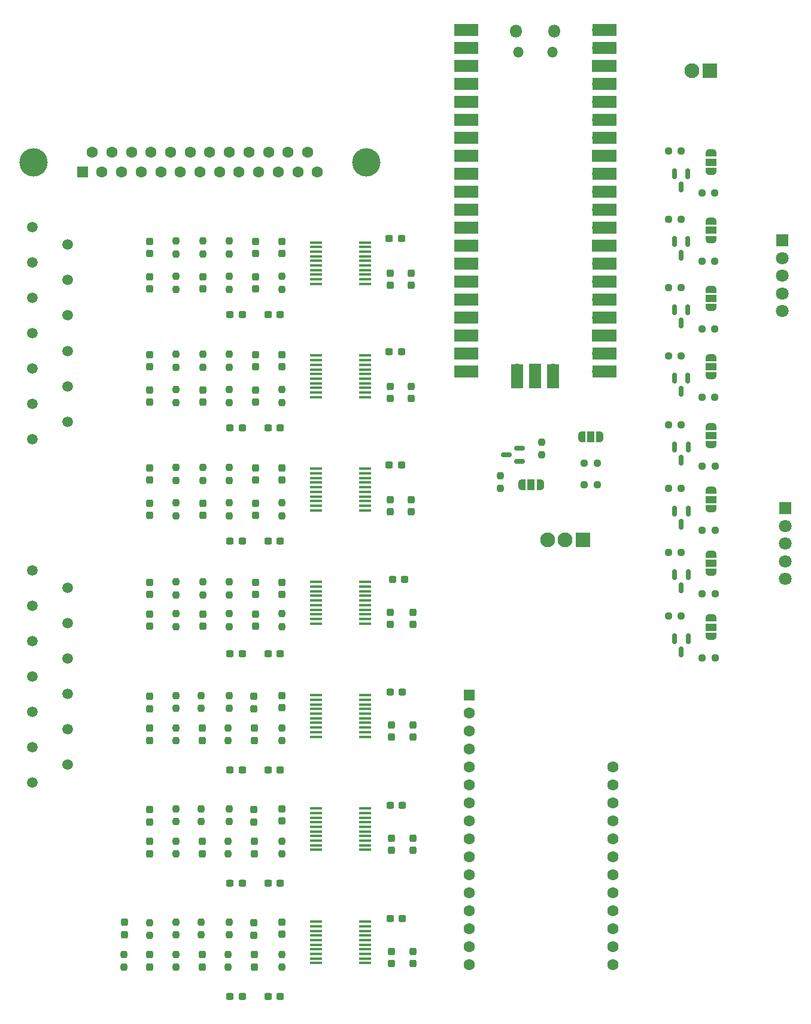
<source format=gbr>
%TF.GenerationSoftware,KiCad,Pcbnew,(6.0.7)*%
%TF.CreationDate,2022-09-16T15:15:22+01:00*%
%TF.ProjectId,iso_adc_cvm,69736f5f-6164-4635-9f63-766d2e6b6963,rev?*%
%TF.SameCoordinates,Original*%
%TF.FileFunction,Soldermask,Top*%
%TF.FilePolarity,Negative*%
%FSLAX46Y46*%
G04 Gerber Fmt 4.6, Leading zero omitted, Abs format (unit mm)*
G04 Created by KiCad (PCBNEW (6.0.7)) date 2022-09-16 15:15:22*
%MOMM*%
%LPD*%
G01*
G04 APERTURE LIST*
G04 Aperture macros list*
%AMRoundRect*
0 Rectangle with rounded corners*
0 $1 Rounding radius*
0 $2 $3 $4 $5 $6 $7 $8 $9 X,Y pos of 4 corners*
0 Add a 4 corners polygon primitive as box body*
4,1,4,$2,$3,$4,$5,$6,$7,$8,$9,$2,$3,0*
0 Add four circle primitives for the rounded corners*
1,1,$1+$1,$2,$3*
1,1,$1+$1,$4,$5*
1,1,$1+$1,$6,$7*
1,1,$1+$1,$8,$9*
0 Add four rect primitives between the rounded corners*
20,1,$1+$1,$2,$3,$4,$5,0*
20,1,$1+$1,$4,$5,$6,$7,0*
20,1,$1+$1,$6,$7,$8,$9,0*
20,1,$1+$1,$8,$9,$2,$3,0*%
%AMFreePoly0*
4,1,20,0.000000,0.744959,0.073905,0.744508,0.209726,0.703889,0.328688,0.626782,0.421226,0.519385,0.479903,0.390333,0.500000,0.250000,0.500000,-0.250000,0.499851,-0.262216,0.476331,-0.402017,0.414519,-0.529596,0.319384,-0.634700,0.198574,-0.708877,0.061801,-0.746166,0.000000,-0.745033,0.000000,-0.750000,-0.550000,-0.750000,-0.550000,0.750000,0.000000,0.750000,0.000000,0.744959,
0.000000,0.744959,$1*%
%AMFreePoly1*
4,1,22,0.550000,-0.750000,0.000000,-0.750000,0.000000,-0.745033,-0.079941,-0.743568,-0.215256,-0.701293,-0.333266,-0.622738,-0.424486,-0.514219,-0.481581,-0.384460,-0.499164,-0.250000,-0.500000,-0.250000,-0.500000,0.250000,-0.499164,0.250000,-0.499963,0.256109,-0.478152,0.396186,-0.417904,0.524511,-0.324060,0.630769,-0.204165,0.706417,-0.067858,0.745374,0.000000,0.744959,0.000000,0.750000,
0.550000,0.750000,0.550000,-0.750000,0.550000,-0.750000,$1*%
G04 Aperture macros list end*
%ADD10RoundRect,0.237500X0.250000X0.237500X-0.250000X0.237500X-0.250000X-0.237500X0.250000X-0.237500X0*%
%ADD11RoundRect,0.237500X0.237500X-0.250000X0.237500X0.250000X-0.237500X0.250000X-0.237500X-0.250000X0*%
%ADD12RoundRect,0.237500X-0.237500X0.250000X-0.237500X-0.250000X0.237500X-0.250000X0.237500X0.250000X0*%
%ADD13RoundRect,0.150000X-0.150000X0.587500X-0.150000X-0.587500X0.150000X-0.587500X0.150000X0.587500X0*%
%ADD14RoundRect,0.150000X0.587500X0.150000X-0.587500X0.150000X-0.587500X-0.150000X0.587500X-0.150000X0*%
%ADD15FreePoly0,90.000000*%
%ADD16R,1.500000X1.000000*%
%ADD17FreePoly1,90.000000*%
%ADD18FreePoly1,0.000000*%
%ADD19R,1.000000X1.500000*%
%ADD20FreePoly0,0.000000*%
%ADD21R,1.705000X0.450000*%
%ADD22RoundRect,0.237500X-0.237500X0.300000X-0.237500X-0.300000X0.237500X-0.300000X0.237500X0.300000X0*%
%ADD23RoundRect,0.237500X-0.300000X-0.237500X0.300000X-0.237500X0.300000X0.237500X-0.300000X0.237500X0*%
%ADD24RoundRect,0.237500X0.300000X0.237500X-0.300000X0.237500X-0.300000X-0.237500X0.300000X-0.237500X0*%
%ADD25RoundRect,0.237500X0.237500X-0.300000X0.237500X0.300000X-0.237500X0.300000X-0.237500X-0.300000X0*%
%ADD26R,1.600000X1.600000*%
%ADD27C,1.600000*%
%ADD28C,4.000000*%
%ADD29C,1.500000*%
%ADD30R,2.100000X2.100000*%
%ADD31C,2.100000*%
%ADD32R,1.800000X1.800000*%
%ADD33C,1.800000*%
%ADD34O,1.800000X1.800000*%
%ADD35O,1.500000X1.500000*%
%ADD36R,3.500000X1.700000*%
%ADD37O,1.700000X1.700000*%
%ADD38R,1.700000X1.700000*%
%ADD39R,1.700000X3.500000*%
%ADD40RoundRect,0.237500X-0.250000X-0.237500X0.250000X-0.237500X0.250000X0.237500X-0.250000X0.237500X0*%
G04 APERTURE END LIST*
D10*
%TO.C,R64*%
X119712500Y-47316700D03*
X117887500Y-47316700D03*
%TD*%
%TO.C,R63*%
X114950000Y-41416700D03*
X113125000Y-41416700D03*
%TD*%
%TO.C,R62*%
X119712500Y-66583300D03*
X117887500Y-66583300D03*
%TD*%
%TO.C,R61*%
X119712500Y-37683300D03*
X117887500Y-37683300D03*
%TD*%
%TO.C,R60*%
X114950000Y-60683300D03*
X113125000Y-60683300D03*
%TD*%
%TO.C,R59*%
X114950000Y-31783300D03*
X113125000Y-31783300D03*
%TD*%
D11*
%TO.C,R58*%
X89350000Y-77637500D03*
X89350000Y-79462500D03*
%TD*%
D10*
%TO.C,R57*%
X119712500Y-56950000D03*
X117887500Y-56950000D03*
%TD*%
%TO.C,R56*%
X119725000Y-76333300D03*
X117900000Y-76333300D03*
%TD*%
%TO.C,R55*%
X119725000Y-103383300D03*
X117900000Y-103383300D03*
%TD*%
%TO.C,R54*%
X119725000Y-85350000D03*
X117900000Y-85350000D03*
%TD*%
D11*
%TO.C,R53*%
X95250000Y-72875000D03*
X95250000Y-74700000D03*
%TD*%
D10*
%TO.C,R52*%
X114950000Y-51050000D03*
X113125000Y-51050000D03*
%TD*%
%TO.C,R51*%
X114962500Y-70433300D03*
X113137500Y-70433300D03*
%TD*%
%TO.C,R50*%
X114962500Y-97483300D03*
X113137500Y-97483300D03*
%TD*%
%TO.C,R49*%
X114962500Y-79450000D03*
X113137500Y-79450000D03*
%TD*%
%TO.C,R48*%
X119725000Y-94366700D03*
X117900000Y-94366700D03*
%TD*%
%TO.C,R47*%
X114962500Y-88466700D03*
X113137500Y-88466700D03*
%TD*%
D12*
%TO.C,R46*%
X58498000Y-147112500D03*
X58498000Y-145287500D03*
%TD*%
%TO.C,R45*%
X50878000Y-147112500D03*
X50878000Y-145287500D03*
%TD*%
%TO.C,R44*%
X43458000Y-147112500D03*
X43458000Y-145287500D03*
%TD*%
%TO.C,R43*%
X36150000Y-147112500D03*
X36150000Y-145287500D03*
%TD*%
%TO.C,R42*%
X50998000Y-140700000D03*
X50998000Y-142525000D03*
%TD*%
%TO.C,R41*%
X46998000Y-140700000D03*
X46998000Y-142525000D03*
%TD*%
%TO.C,R40*%
X43498000Y-140700000D03*
X43498000Y-142525000D03*
%TD*%
%TO.C,R39*%
X39748000Y-140787500D03*
X39748000Y-142612500D03*
%TD*%
D13*
%TO.C,Q9*%
X115900000Y-44579200D03*
X114000000Y-44579200D03*
X114950000Y-46454200D03*
%TD*%
%TO.C,Q8*%
X115900000Y-63845800D03*
X114000000Y-63845800D03*
X114950000Y-65720800D03*
%TD*%
%TO.C,Q7*%
X115900000Y-34945800D03*
X114000000Y-34945800D03*
X114950000Y-36820800D03*
%TD*%
D14*
%TO.C,Q6*%
X90212500Y-74700000D03*
X92087500Y-73750000D03*
X92087500Y-75650000D03*
%TD*%
D13*
%TO.C,Q5*%
X115900000Y-54212500D03*
X114000000Y-54212500D03*
X114950000Y-56087500D03*
%TD*%
%TO.C,Q4*%
X115912500Y-73595800D03*
X114012500Y-73595800D03*
X114962500Y-75470800D03*
%TD*%
%TO.C,Q3*%
X115912500Y-100645800D03*
X114012500Y-100645800D03*
X114962500Y-102520800D03*
%TD*%
%TO.C,Q2*%
X115912500Y-82612500D03*
X114012500Y-82612500D03*
X114962500Y-84487500D03*
%TD*%
%TO.C,Q1*%
X115912500Y-91629200D03*
X114012500Y-91629200D03*
X114962500Y-93504200D03*
%TD*%
D15*
%TO.C,JP10*%
X119200000Y-41666700D03*
D16*
X119200000Y-42966700D03*
D17*
X119200000Y-44266700D03*
%TD*%
%TO.C,JP9*%
X119200000Y-63533300D03*
D16*
X119200000Y-62233300D03*
D15*
X119200000Y-60933300D03*
%TD*%
D17*
%TO.C,JP8*%
X119200000Y-34633300D03*
D16*
X119200000Y-33333300D03*
D15*
X119200000Y-32033300D03*
%TD*%
D18*
%TO.C,JP7*%
X92400000Y-78950000D03*
D19*
X93700000Y-78950000D03*
D20*
X95000000Y-78950000D03*
%TD*%
D17*
%TO.C,JP6*%
X119200000Y-53900000D03*
D16*
X119200000Y-52600000D03*
D15*
X119200000Y-51300000D03*
%TD*%
D17*
%TO.C,JP5*%
X119212500Y-73283300D03*
D16*
X119212500Y-71983300D03*
D15*
X119212500Y-70683300D03*
%TD*%
D17*
%TO.C,JP4*%
X119212500Y-100333300D03*
D16*
X119212500Y-99033300D03*
D15*
X119212500Y-97733300D03*
%TD*%
%TO.C,JP3*%
X119212500Y-79700000D03*
D16*
X119212500Y-81000000D03*
D17*
X119212500Y-82300000D03*
%TD*%
%TO.C,JP2*%
X119212500Y-91316700D03*
D16*
X119212500Y-90016700D03*
D15*
X119212500Y-88716700D03*
%TD*%
D21*
%TO.C,IC7*%
X63250000Y-140675000D03*
X63250000Y-141325000D03*
X63250000Y-141975000D03*
X63250000Y-142625000D03*
X63250000Y-143275000D03*
X63250000Y-143925000D03*
X63250000Y-144575000D03*
X63250000Y-145225000D03*
X63250000Y-145875000D03*
X63250000Y-146525000D03*
X70246000Y-146525000D03*
X70246000Y-145875000D03*
X70246000Y-145225000D03*
X70246000Y-144575000D03*
X70246000Y-143925000D03*
X70246000Y-143275000D03*
X70246000Y-142625000D03*
X70246000Y-141975000D03*
X70246000Y-141325000D03*
X70246000Y-140675000D03*
%TD*%
D22*
%TO.C,C77*%
X73998000Y-144837500D03*
X73998000Y-146562500D03*
%TD*%
D23*
%TO.C,C76*%
X73773000Y-140200000D03*
X75498000Y-140200000D03*
%TD*%
D22*
%TO.C,C75*%
X76998000Y-144837500D03*
X76998000Y-146562500D03*
%TD*%
D23*
%TO.C,C74*%
X56515500Y-151200000D03*
X58240500Y-151200000D03*
%TD*%
D24*
%TO.C,C73*%
X52860500Y-151200000D03*
X51135500Y-151200000D03*
%TD*%
D22*
%TO.C,C72*%
X58498000Y-140725000D03*
X58498000Y-142450000D03*
%TD*%
%TO.C,C71*%
X54498000Y-140837500D03*
X54498000Y-142562500D03*
%TD*%
%TO.C,C70*%
X54588000Y-145337500D03*
X54588000Y-147062500D03*
%TD*%
%TO.C,C69*%
X47168000Y-145337500D03*
X47168000Y-147062500D03*
%TD*%
%TO.C,C68*%
X39748000Y-145337500D03*
X39748000Y-147062500D03*
%TD*%
D25*
%TO.C,C67*%
X36190000Y-142475000D03*
X36190000Y-140750000D03*
%TD*%
D22*
%TO.C,C2*%
X39750000Y-108837500D03*
X39750000Y-110562500D03*
%TD*%
D24*
%TO.C,C40*%
X52862500Y-54900000D03*
X51137500Y-54900000D03*
%TD*%
D12*
%TO.C,R25*%
X43500000Y-76487600D03*
X43500000Y-78312600D03*
%TD*%
D22*
%TO.C,C56*%
X77000000Y-112837500D03*
X77000000Y-114562500D03*
%TD*%
D12*
%TO.C,R4*%
X43500000Y-108700000D03*
X43500000Y-110525000D03*
%TD*%
%TO.C,R11*%
X51000000Y-97137500D03*
X51000000Y-98962500D03*
%TD*%
D23*
%TO.C,C45*%
X56517500Y-86900100D03*
X58242500Y-86900100D03*
%TD*%
D12*
%TO.C,R32*%
X43500000Y-65487600D03*
X43500000Y-67312600D03*
%TD*%
%TO.C,R26*%
X47250000Y-76487600D03*
X47250000Y-78312600D03*
%TD*%
D26*
%TO.C,A1*%
X84947500Y-108650000D03*
D27*
X84947500Y-111190000D03*
X84947500Y-113730000D03*
X84947500Y-116270000D03*
X84947500Y-118810000D03*
X84947500Y-121350000D03*
X84947500Y-123890000D03*
X84947500Y-126430000D03*
X84947500Y-128970000D03*
X84947500Y-131510000D03*
X84947500Y-134050000D03*
X84947500Y-136590000D03*
X84947500Y-139130000D03*
X84947500Y-141670000D03*
X84947500Y-144210000D03*
X84947500Y-146750000D03*
X105267500Y-146750000D03*
X105267500Y-144210000D03*
X105267500Y-141670000D03*
X105267500Y-139130000D03*
X105267500Y-136590000D03*
X105267500Y-134050000D03*
X105267500Y-131510000D03*
X105267500Y-128970000D03*
X105267500Y-126430000D03*
X105267500Y-123890000D03*
X105267500Y-121350000D03*
X105267500Y-118810000D03*
%TD*%
D12*
%TO.C,R14*%
X50880000Y-113287500D03*
X50880000Y-115112500D03*
%TD*%
%TO.C,R5*%
X47000000Y-108700000D03*
X47000000Y-110525000D03*
%TD*%
%TO.C,R1*%
X43500000Y-92637500D03*
X43500000Y-94462500D03*
%TD*%
D23*
%TO.C,C52*%
X73637500Y-44150000D03*
X75362500Y-44150000D03*
%TD*%
D21*
%TO.C,IC4*%
X63252000Y-44675000D03*
X63252000Y-45325000D03*
X63252000Y-45975000D03*
X63252000Y-46625000D03*
X63252000Y-47275000D03*
X63252000Y-47925000D03*
X63252000Y-48575000D03*
X63252000Y-49225000D03*
X63252000Y-49875000D03*
X63252000Y-50525000D03*
X70248000Y-50525000D03*
X70248000Y-49875000D03*
X70248000Y-49225000D03*
X70248000Y-48575000D03*
X70248000Y-47925000D03*
X70248000Y-47275000D03*
X70248000Y-46625000D03*
X70248000Y-45975000D03*
X70248000Y-45325000D03*
X70248000Y-44675000D03*
%TD*%
D22*
%TO.C,C3*%
X39750000Y-97187500D03*
X39750000Y-98912500D03*
%TD*%
%TO.C,C31*%
X54750000Y-49537500D03*
X54750000Y-51262500D03*
%TD*%
D12*
%TO.C,R9*%
X50998000Y-124700000D03*
X50998000Y-126525000D03*
%TD*%
%TO.C,R2*%
X47250000Y-92637500D03*
X47250000Y-94462500D03*
%TD*%
D28*
%TO.C,J3*%
X23320000Y-33330000D03*
X70420000Y-33330000D03*
D26*
X30250000Y-34750000D03*
D27*
X33020000Y-34750000D03*
X35790000Y-34750000D03*
X38560000Y-34750000D03*
X41330000Y-34750000D03*
X44100000Y-34750000D03*
X46870000Y-34750000D03*
X49640000Y-34750000D03*
X52410000Y-34750000D03*
X55180000Y-34750000D03*
X57950000Y-34750000D03*
X60720000Y-34750000D03*
X63490000Y-34750000D03*
X31635000Y-31910000D03*
X34405000Y-31910000D03*
X37175000Y-31910000D03*
X39945000Y-31910000D03*
X42715000Y-31910000D03*
X45485000Y-31910000D03*
X48255000Y-31910000D03*
X51025000Y-31910000D03*
X53795000Y-31910000D03*
X56565000Y-31910000D03*
X59335000Y-31910000D03*
X62105000Y-31910000D03*
%TD*%
D22*
%TO.C,C32*%
X39750000Y-60537600D03*
X39750000Y-62262600D03*
%TD*%
%TO.C,C46*%
X54750000Y-44537500D03*
X54750000Y-46262500D03*
%TD*%
%TO.C,C34*%
X39750000Y-65537600D03*
X39750000Y-67262600D03*
%TD*%
D12*
%TO.C,R19*%
X43500000Y-44487500D03*
X43500000Y-46312500D03*
%TD*%
D10*
%TO.C,R37*%
X101237500Y-75900000D03*
X103062500Y-75900000D03*
%TD*%
D29*
%TO.C,J1*%
X23125000Y-121000000D03*
X28125000Y-118500000D03*
X23125000Y-116000000D03*
X28125000Y-113500000D03*
X23125000Y-111000000D03*
X28125000Y-108500000D03*
X23125000Y-106000000D03*
X28125000Y-103500000D03*
X23125000Y-101000000D03*
X28125000Y-98500000D03*
X23125000Y-96000000D03*
X28125000Y-93500000D03*
X23125000Y-91000000D03*
%TD*%
D20*
%TO.C,JP1*%
X103450000Y-72150000D03*
D19*
X102150000Y-72150000D03*
D18*
X100850000Y-72150000D03*
%TD*%
D22*
%TO.C,C36*%
X54750000Y-65537600D03*
X54750000Y-67262600D03*
%TD*%
D23*
%TO.C,C43*%
X56517500Y-54900000D03*
X58242500Y-54900000D03*
%TD*%
D22*
%TO.C,C23*%
X54498000Y-124837500D03*
X54498000Y-126562500D03*
%TD*%
D12*
%TO.C,R3*%
X51000000Y-92637500D03*
X51000000Y-94462500D03*
%TD*%
D22*
%TO.C,C50*%
X54750000Y-76537600D03*
X54750000Y-78262600D03*
%TD*%
%TO.C,C60*%
X73998000Y-128837500D03*
X73998000Y-130562500D03*
%TD*%
D30*
%TO.C,J6*%
X101050000Y-86750000D03*
D31*
X98550000Y-86750000D03*
X96050000Y-86750000D03*
%TD*%
D12*
%TO.C,R29*%
X51000000Y-49487500D03*
X51000000Y-51312500D03*
%TD*%
%TO.C,R30*%
X58500000Y-49487500D03*
X58500000Y-51312500D03*
%TD*%
D22*
%TO.C,C47*%
X58500000Y-44537500D03*
X58500000Y-46262500D03*
%TD*%
D24*
%TO.C,C15*%
X52860500Y-135200000D03*
X51135500Y-135200000D03*
%TD*%
D23*
%TO.C,C18*%
X56515500Y-135200000D03*
X58240500Y-135200000D03*
%TD*%
D22*
%TO.C,C5*%
X54750000Y-97187500D03*
X54750000Y-98912500D03*
%TD*%
D24*
%TO.C,C13*%
X52862500Y-102800000D03*
X51137500Y-102800000D03*
%TD*%
D22*
%TO.C,C49*%
X58500000Y-60537600D03*
X58500000Y-62262600D03*
%TD*%
D12*
%TO.C,R34*%
X43500000Y-81487600D03*
X43500000Y-83312600D03*
%TD*%
D22*
%TO.C,C39*%
X54750000Y-81537600D03*
X54750000Y-83262600D03*
%TD*%
D32*
%TO.C,J4*%
X129700000Y-82233300D03*
D33*
X129700000Y-84733300D03*
X129700000Y-87233300D03*
X129700000Y-89733300D03*
X129700000Y-92233300D03*
%TD*%
D21*
%TO.C,IC1*%
X63252000Y-92675000D03*
X63252000Y-93325000D03*
X63252000Y-93975000D03*
X63252000Y-94625000D03*
X63252000Y-95275000D03*
X63252000Y-95925000D03*
X63252000Y-96575000D03*
X63252000Y-97225000D03*
X63252000Y-97875000D03*
X63252000Y-98525000D03*
X70248000Y-98525000D03*
X70248000Y-97875000D03*
X70248000Y-97225000D03*
X70248000Y-96575000D03*
X70248000Y-95925000D03*
X70248000Y-95275000D03*
X70248000Y-94625000D03*
X70248000Y-93975000D03*
X70248000Y-93325000D03*
X70248000Y-92675000D03*
%TD*%
D23*
%TO.C,C27*%
X73773000Y-124200000D03*
X75498000Y-124200000D03*
%TD*%
D32*
%TO.C,J5*%
X129250000Y-44383300D03*
D33*
X129250000Y-46883300D03*
X129250000Y-49383300D03*
X129250000Y-51883300D03*
X129250000Y-54383300D03*
%TD*%
D22*
%TO.C,C37*%
X39750000Y-81537600D03*
X39750000Y-83262600D03*
%TD*%
D12*
%TO.C,R18*%
X58498000Y-129287500D03*
X58498000Y-131112500D03*
%TD*%
%TO.C,R35*%
X51000000Y-81487600D03*
X51000000Y-83312600D03*
%TD*%
D22*
%TO.C,C21*%
X54500000Y-108837500D03*
X54500000Y-110562500D03*
%TD*%
D12*
%TO.C,R21*%
X51000000Y-44487500D03*
X51000000Y-46312500D03*
%TD*%
D24*
%TO.C,C41*%
X52862500Y-70900100D03*
X51137500Y-70900100D03*
%TD*%
D21*
%TO.C,IC3*%
X63250000Y-124675000D03*
X63250000Y-125325000D03*
X63250000Y-125975000D03*
X63250000Y-126625000D03*
X63250000Y-127275000D03*
X63250000Y-127925000D03*
X63250000Y-128575000D03*
X63250000Y-129225000D03*
X63250000Y-129875000D03*
X63250000Y-130525000D03*
X70246000Y-130525000D03*
X70246000Y-129875000D03*
X70246000Y-129225000D03*
X70246000Y-128575000D03*
X70246000Y-127925000D03*
X70246000Y-127275000D03*
X70246000Y-126625000D03*
X70246000Y-125975000D03*
X70246000Y-125325000D03*
X70246000Y-124675000D03*
%TD*%
D24*
%TO.C,C42*%
X52862500Y-86900100D03*
X51137500Y-86900100D03*
%TD*%
D12*
%TO.C,R23*%
X47250000Y-60487600D03*
X47250000Y-62312600D03*
%TD*%
%TO.C,R33*%
X58500000Y-65487600D03*
X58500000Y-67312600D03*
%TD*%
%TO.C,R22*%
X43500000Y-60487600D03*
X43500000Y-62312600D03*
%TD*%
%TO.C,R20*%
X47250000Y-44487500D03*
X47250000Y-46312500D03*
%TD*%
D22*
%TO.C,C35*%
X47250000Y-65537600D03*
X47250000Y-67262600D03*
%TD*%
%TO.C,C59*%
X74000000Y-112837500D03*
X74000000Y-114562500D03*
%TD*%
D12*
%TO.C,R31*%
X51000000Y-65487600D03*
X51000000Y-67312600D03*
%TD*%
%TO.C,R24*%
X51000000Y-60487600D03*
X51000000Y-62312600D03*
%TD*%
D22*
%TO.C,C64*%
X73750000Y-49037500D03*
X73750000Y-50762500D03*
%TD*%
%TO.C,C20*%
X58500000Y-92687500D03*
X58500000Y-94412500D03*
%TD*%
D23*
%TO.C,C16*%
X56517500Y-102800000D03*
X58242500Y-102800000D03*
%TD*%
D12*
%TO.C,R8*%
X46998000Y-124700000D03*
X46998000Y-126525000D03*
%TD*%
%TO.C,R17*%
X50878000Y-129287500D03*
X50878000Y-131112500D03*
%TD*%
D22*
%TO.C,C38*%
X47250000Y-81537600D03*
X47250000Y-83262600D03*
%TD*%
%TO.C,C8*%
X54590000Y-113337500D03*
X54590000Y-115062500D03*
%TD*%
%TO.C,C12*%
X54588000Y-129337500D03*
X54588000Y-131062500D03*
%TD*%
%TO.C,C48*%
X54750000Y-60537600D03*
X54750000Y-62262600D03*
%TD*%
D12*
%TO.C,R7*%
X43498000Y-124700000D03*
X43498000Y-126525000D03*
%TD*%
D22*
%TO.C,C65*%
X73750000Y-65037600D03*
X73750000Y-66762600D03*
%TD*%
%TO.C,C57*%
X76998000Y-128837500D03*
X76998000Y-130562500D03*
%TD*%
D23*
%TO.C,C17*%
X56517500Y-119200000D03*
X58242500Y-119200000D03*
%TD*%
D22*
%TO.C,C22*%
X58500000Y-108725000D03*
X58500000Y-110450000D03*
%TD*%
%TO.C,C10*%
X39748000Y-129337500D03*
X39748000Y-131062500D03*
%TD*%
D12*
%TO.C,R36*%
X58500000Y-81487600D03*
X58500000Y-83312600D03*
%TD*%
D22*
%TO.C,C24*%
X58498000Y-124725000D03*
X58498000Y-126450000D03*
%TD*%
%TO.C,C58*%
X73750000Y-96937500D03*
X73750000Y-98662500D03*
%TD*%
%TO.C,C61*%
X76750000Y-49037500D03*
X76750000Y-50762500D03*
%TD*%
D34*
%TO.C,U1*%
X91575000Y-14800000D03*
D35*
X91875000Y-17830000D03*
D34*
X97025000Y-14800000D03*
D35*
X96725000Y-17830000D03*
D36*
X84510000Y-14670000D03*
D37*
X85410000Y-14670000D03*
X85410000Y-17210000D03*
D36*
X84510000Y-17210000D03*
D38*
X85410000Y-19750000D03*
D36*
X84510000Y-19750000D03*
X84510000Y-22290000D03*
D37*
X85410000Y-22290000D03*
X85410000Y-24830000D03*
D36*
X84510000Y-24830000D03*
X84510000Y-27370000D03*
D37*
X85410000Y-27370000D03*
X85410000Y-29910000D03*
D36*
X84510000Y-29910000D03*
X84510000Y-32450000D03*
D38*
X85410000Y-32450000D03*
D37*
X85410000Y-34990000D03*
D36*
X84510000Y-34990000D03*
D37*
X85410000Y-37530000D03*
D36*
X84510000Y-37530000D03*
X84510000Y-40070000D03*
D37*
X85410000Y-40070000D03*
X85410000Y-42610000D03*
D36*
X84510000Y-42610000D03*
X84510000Y-45150000D03*
D38*
X85410000Y-45150000D03*
D36*
X84510000Y-47690000D03*
D37*
X85410000Y-47690000D03*
D36*
X84510000Y-50230000D03*
D37*
X85410000Y-50230000D03*
X85410000Y-52770000D03*
D36*
X84510000Y-52770000D03*
D37*
X85410000Y-55310000D03*
D36*
X84510000Y-55310000D03*
X84510000Y-57850000D03*
D38*
X85410000Y-57850000D03*
D36*
X84510000Y-60390000D03*
D37*
X85410000Y-60390000D03*
D36*
X84510000Y-62930000D03*
D37*
X85410000Y-62930000D03*
X103190000Y-62930000D03*
D36*
X104090000Y-62930000D03*
X104090000Y-60390000D03*
D37*
X103190000Y-60390000D03*
D38*
X103190000Y-57850000D03*
D36*
X104090000Y-57850000D03*
D37*
X103190000Y-55310000D03*
D36*
X104090000Y-55310000D03*
D37*
X103190000Y-52770000D03*
D36*
X104090000Y-52770000D03*
X104090000Y-50230000D03*
D37*
X103190000Y-50230000D03*
X103190000Y-47690000D03*
D36*
X104090000Y-47690000D03*
D38*
X103190000Y-45150000D03*
D36*
X104090000Y-45150000D03*
X104090000Y-42610000D03*
D37*
X103190000Y-42610000D03*
D36*
X104090000Y-40070000D03*
D37*
X103190000Y-40070000D03*
D36*
X104090000Y-37530000D03*
D37*
X103190000Y-37530000D03*
D36*
X104090000Y-34990000D03*
D37*
X103190000Y-34990000D03*
D38*
X103190000Y-32450000D03*
D36*
X104090000Y-32450000D03*
D37*
X103190000Y-29910000D03*
D36*
X104090000Y-29910000D03*
D37*
X103190000Y-27370000D03*
D36*
X104090000Y-27370000D03*
D37*
X103190000Y-24830000D03*
D36*
X104090000Y-24830000D03*
X104090000Y-22290000D03*
D37*
X103190000Y-22290000D03*
D38*
X103190000Y-19750000D03*
D36*
X104090000Y-19750000D03*
X104090000Y-17210000D03*
D37*
X103190000Y-17210000D03*
D36*
X104090000Y-14670000D03*
D37*
X103190000Y-14670000D03*
D39*
X91760000Y-63600000D03*
D37*
X91760000Y-62700000D03*
D38*
X94300000Y-62700000D03*
D39*
X94300000Y-63600000D03*
X96840000Y-63600000D03*
D37*
X96840000Y-62700000D03*
%TD*%
D23*
%TO.C,C44*%
X56517500Y-70900100D03*
X58242500Y-70900100D03*
%TD*%
D31*
%TO.C,J7*%
X116475000Y-20375000D03*
D30*
X118975000Y-20375000D03*
%TD*%
D22*
%TO.C,C62*%
X76750000Y-65037600D03*
X76750000Y-66762600D03*
%TD*%
%TO.C,C55*%
X77000000Y-96937500D03*
X77000000Y-98662500D03*
%TD*%
%TO.C,C28*%
X39750000Y-44537500D03*
X39750000Y-46262500D03*
%TD*%
%TO.C,C29*%
X39750000Y-49537500D03*
X39750000Y-51262500D03*
%TD*%
%TO.C,C11*%
X47168000Y-129337500D03*
X47168000Y-131062500D03*
%TD*%
D21*
%TO.C,IC2*%
X63252000Y-108675000D03*
X63252000Y-109325000D03*
X63252000Y-109975000D03*
X63252000Y-110625000D03*
X63252000Y-111275000D03*
X63252000Y-111925000D03*
X63252000Y-112575000D03*
X63252000Y-113225000D03*
X63252000Y-113875000D03*
X63252000Y-114525000D03*
X70248000Y-114525000D03*
X70248000Y-113875000D03*
X70248000Y-113225000D03*
X70248000Y-112575000D03*
X70248000Y-111925000D03*
X70248000Y-111275000D03*
X70248000Y-110625000D03*
X70248000Y-109975000D03*
X70248000Y-109325000D03*
X70248000Y-108675000D03*
%TD*%
D12*
%TO.C,R27*%
X51000000Y-76487600D03*
X51000000Y-78312600D03*
%TD*%
%TO.C,R28*%
X43500000Y-49487500D03*
X43500000Y-51312500D03*
%TD*%
%TO.C,R13*%
X43460000Y-113287500D03*
X43460000Y-115112500D03*
%TD*%
D22*
%TO.C,C7*%
X47170000Y-113337500D03*
X47170000Y-115062500D03*
%TD*%
%TO.C,C66*%
X73750000Y-81037600D03*
X73750000Y-82762600D03*
%TD*%
%TO.C,C9*%
X39748000Y-124837500D03*
X39748000Y-126562500D03*
%TD*%
D23*
%TO.C,C53*%
X73637500Y-60150100D03*
X75362500Y-60150100D03*
%TD*%
D22*
%TO.C,C33*%
X39750000Y-76537600D03*
X39750000Y-78262600D03*
%TD*%
%TO.C,C51*%
X58500000Y-76537600D03*
X58500000Y-78262600D03*
%TD*%
D24*
%TO.C,C14*%
X52862500Y-119200000D03*
X51137500Y-119200000D03*
%TD*%
D22*
%TO.C,C30*%
X47250000Y-49537500D03*
X47250000Y-51262500D03*
%TD*%
D12*
%TO.C,R15*%
X58500000Y-113287500D03*
X58500000Y-115112500D03*
%TD*%
D21*
%TO.C,IC5*%
X63252000Y-60675100D03*
X63252000Y-61325100D03*
X63252000Y-61975100D03*
X63252000Y-62625100D03*
X63252000Y-63275100D03*
X63252000Y-63925100D03*
X63252000Y-64575100D03*
X63252000Y-65225100D03*
X63252000Y-65875100D03*
X63252000Y-66525100D03*
X70248000Y-66525100D03*
X70248000Y-65875100D03*
X70248000Y-65225100D03*
X70248000Y-64575100D03*
X70248000Y-63925100D03*
X70248000Y-63275100D03*
X70248000Y-62625100D03*
X70248000Y-61975100D03*
X70248000Y-61325100D03*
X70248000Y-60675100D03*
%TD*%
D12*
%TO.C,R10*%
X43500000Y-97137500D03*
X43500000Y-98962500D03*
%TD*%
%TO.C,R12*%
X58500000Y-97137500D03*
X58500000Y-98962500D03*
%TD*%
D23*
%TO.C,C25*%
X74137500Y-92300000D03*
X75862500Y-92300000D03*
%TD*%
%TO.C,C54*%
X73637500Y-76150100D03*
X75362500Y-76150100D03*
%TD*%
D29*
%TO.C,J2*%
X23125000Y-72500000D03*
X28125000Y-70000000D03*
X23125000Y-67500000D03*
X28125000Y-65000000D03*
X23125000Y-62500000D03*
X28125000Y-60000000D03*
X23125000Y-57500000D03*
X28125000Y-55000000D03*
X23125000Y-52500000D03*
X28125000Y-50000000D03*
X23125000Y-47500000D03*
X28125000Y-45000000D03*
X23125000Y-42500000D03*
%TD*%
D40*
%TO.C,R38*%
X103062500Y-78900000D03*
X101237500Y-78900000D03*
%TD*%
D23*
%TO.C,C26*%
X73775000Y-108200000D03*
X75500000Y-108200000D03*
%TD*%
D22*
%TO.C,C6*%
X39750000Y-113337500D03*
X39750000Y-115062500D03*
%TD*%
%TO.C,C4*%
X47250000Y-97187500D03*
X47250000Y-98912500D03*
%TD*%
D12*
%TO.C,R6*%
X51000000Y-108700000D03*
X51000000Y-110525000D03*
%TD*%
D22*
%TO.C,C1*%
X39750000Y-92687500D03*
X39750000Y-94412500D03*
%TD*%
%TO.C,C63*%
X76750000Y-81037600D03*
X76750000Y-82762600D03*
%TD*%
D21*
%TO.C,IC6*%
X63252000Y-76675100D03*
X63252000Y-77325100D03*
X63252000Y-77975100D03*
X63252000Y-78625100D03*
X63252000Y-79275100D03*
X63252000Y-79925100D03*
X63252000Y-80575100D03*
X63252000Y-81225100D03*
X63252000Y-81875100D03*
X63252000Y-82525100D03*
X70248000Y-82525100D03*
X70248000Y-81875100D03*
X70248000Y-81225100D03*
X70248000Y-80575100D03*
X70248000Y-79925100D03*
X70248000Y-79275100D03*
X70248000Y-78625100D03*
X70248000Y-77975100D03*
X70248000Y-77325100D03*
X70248000Y-76675100D03*
%TD*%
D22*
%TO.C,C19*%
X54750000Y-92687500D03*
X54750000Y-94412500D03*
%TD*%
D12*
%TO.C,R16*%
X43458000Y-129287500D03*
X43458000Y-131112500D03*
%TD*%
M02*

</source>
